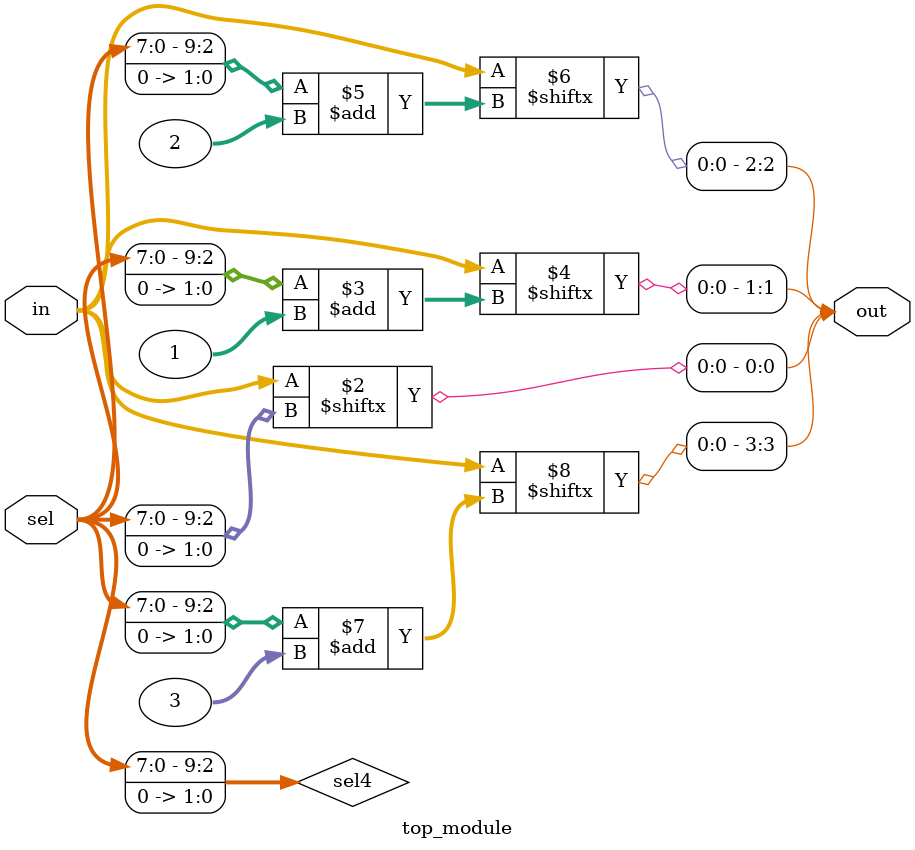
<source format=v>
module top_module( 
    input [1023:0] in,
    input [7:0] sel,
    output [3:0] out );

    wire [9:0] sel4 = sel << 2;
    assign out = {in[sel4+3], in[sel4+2], in[sel4+1],in[sel4]};
endmodule

</source>
